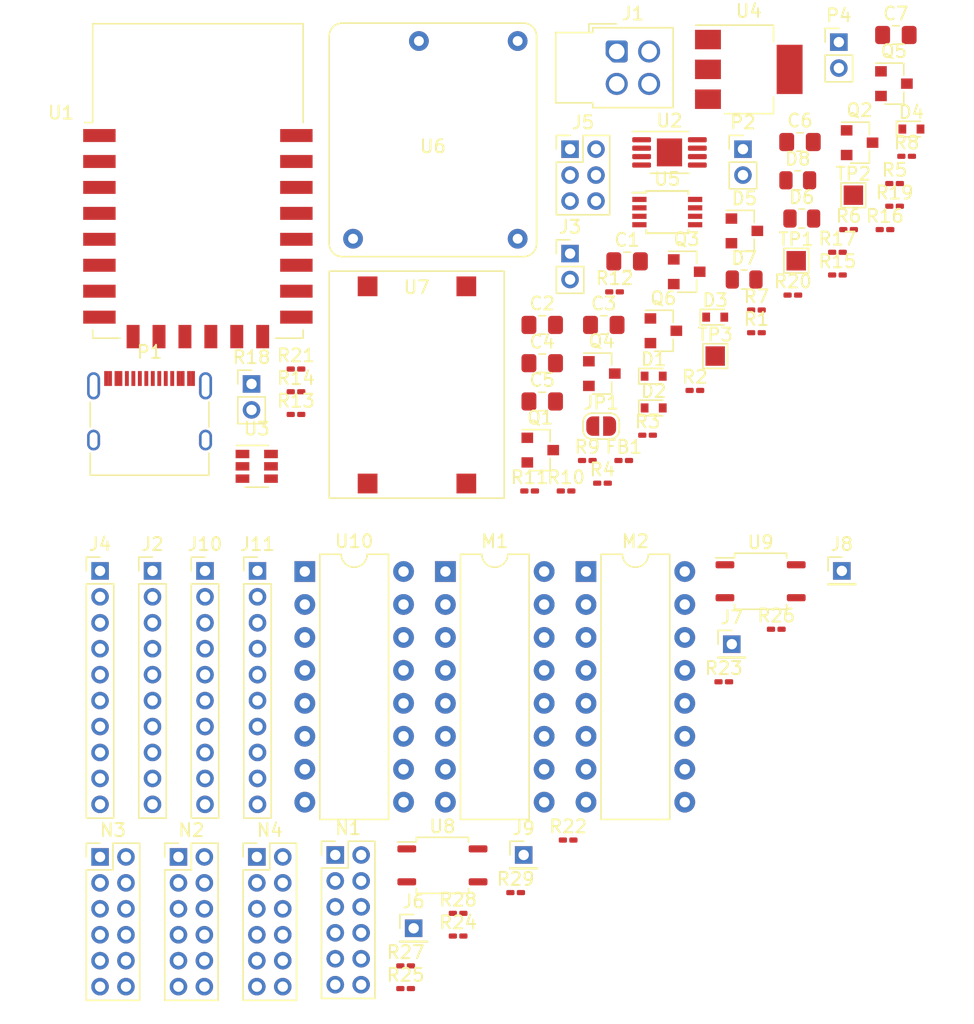
<source format=kicad_pcb>
(kicad_pcb (version 20171130) (host pcbnew "(5.1.10)-1")
  (layers (0 F.Cu signal) (31 B.Cu signal) (34 B.Paste user) (35 F.Paste user) (36 B.SilkS user) (37 F.SilkS user) (38 B.Mask user) (39 F.Mask user) (44 Edge.Cuts user))
  (net 0 "")
  (net 1 GNDD)
  (net 2 5VA)
  (net 3 "Net-(C3-Pad2)")
  (net 4 "Net-(C3-Pad1)")
  (net 5 BAT)
  (net 6 3.3VA)
  (net 7 "Net-(C7-Pad1)")
  (net 8 "Net-(D1-Pad1)")
  (net 9 BAT1+)
  (net 10 BAT2+)
  (net 11 "Net-(D3-Pad2)")
  (net 12 "Net-(D5-Pad1)")
  (net 13 CHRG)
  (net 14 STDBY)
  (net 15 "Net-(D8-Pad1)")
  (net 16 GNDA)
  (net 17 RX)
  (net 18 TX)
  (net 19 "Net-(J2-Pad10)")
  (net 20 "Net-(J2-Pad9)")
  (net 21 "Net-(J2-Pad8)")
  (net 22 "Net-(J2-Pad7)")
  (net 23 "Net-(J2-Pad6)")
  (net 24 "Net-(J2-Pad5)")
  (net 25 "Net-(J2-Pad4)")
  (net 26 "Net-(J2-Pad3)")
  (net 27 "Net-(J2-Pad2)")
  (net 28 "Net-(J2-Pad1)")
  (net 29 BAT1-)
  (net 30 "Net-(J4-Pad10)")
  (net 31 "Net-(J4-Pad9)")
  (net 32 "Net-(J4-Pad8)")
  (net 33 "Net-(J4-Pad7)")
  (net 34 "Net-(J4-Pad6)")
  (net 35 "Net-(J4-Pad5)")
  (net 36 "Net-(J4-Pad4)")
  (net 37 "Net-(J4-Pad3)")
  (net 38 "Net-(J4-Pad2)")
  (net 39 "Net-(J4-Pad1)")
  (net 40 GND)
  (net 41 DTR)
  (net 42 "Net-(J6-Pad1)")
  (net 43 "Net-(J7-Pad1)")
  (net 44 "Net-(J8-Pad1)")
  (net 45 "Net-(J9-Pad1)")
  (net 46 N1_9)
  (net 47 N1_8)
  (net 48 N1_7)
  (net 49 N1_6)
  (net 50 N1_5)
  (net 51 N1_4)
  (net 52 N1_3)
  (net 53 N1_2)
  (net 54 N1_1)
  (net 55 N1_0)
  (net 56 N2_9)
  (net 57 N2_8)
  (net 58 N2_7)
  (net 59 N2_6)
  (net 60 N2_5)
  (net 61 N2_4)
  (net 62 N2_3)
  (net 63 N2_2)
  (net 64 N2_1)
  (net 65 N2_0)
  (net 66 "Net-(JP1-Pad1)")
  (net 67 DRIVER3A)
  (net 68 DRIVER2A)
  (net 69 DRIVER4A)
  (net 70 DRIVER1A)
  (net 71 DRIVER3B)
  (net 72 DRIVER2B)
  (net 73 DRIVER4B)
  (net 74 DRIVER1B)
  (net 75 VIN)
  (net 76 "Net-(P1-PadA5)")
  (net 77 "Net-(P1-PadA6)")
  (net 78 "Net-(P1-PadA7)")
  (net 79 "Net-(P1-PadB5)")
  (net 80 WAKE)
  (net 81 MODE)
  (net 82 "Net-(Q1-Pad2)")
  (net 83 "Net-(Q2-Pad2)")
  (net 84 "Net-(Q4-Pad2)")
  (net 85 "Net-(Q5-Pad2)")
  (net 86 "Net-(Q6-Pad2)")
  (net 87 "Net-(Q6-Pad1)")
  (net 88 "Net-(R2-Pad2)")
  (net 89 "Net-(R11-Pad1)")
  (net 90 "Net-(R12-Pad2)")
  (net 91 "Net-(R13-Pad2)")
  (net 92 "Net-(R16-Pad2)")
  (net 93 ANLDR)
  (net 94 PWLDR)
  (net 95 WIFI)
  (net 96 GPIO4)
  (net 97 "Net-(R22-Pad1)")
  (net 98 N1-3)
  (net 99 GPIO5)
  (net 100 "Net-(R25-Pad1)")
  (net 101 N2-4)
  (net 102 HV)
  (net 103 5VD)
  (net 104 "Net-(U1-Pad16)")
  (net 105 "Net-(U1-Pad15)")
  (net 106 "Net-(U1-Pad7)")
  (net 107 GPIO15)
  (net 108 GPIO13)
  (net 109 "Net-(U1-Pad4)")
  (net 110 GPIO14)
  (net 111 G1)
  (net 112 "Net-(U3-Pad2)")
  (net 113 G2)
  (net 114 "Net-(U5-Pad2)")
  (net 115 "Net-(U5-Pad4)")
  (net 116 "Net-(U10-Pad9)")
  (module Package_DIP:DIP-16_W7.62mm (layer F.Cu) (at 110.13 74.91)
    (fp_text reference U10 (at 3.81 -2.33) (layer F.SilkS))
    (fp_text value 74HC595)
    (pad 16 thru_hole oval (at 7.62 0) (size 1.6 1.6) (drill 0.8) (layers *.Cu *.Mask) (net 6 3.3VA))
    (pad 8 thru_hole oval (at 0 17.78) (size 1.6 1.6) (drill 0.8) (layers *.Cu *.Mask) (net 1 GNDD))
    (pad 15 thru_hole oval (at 7.62 2.54) (size 1.6 1.6) (drill 0.8) (layers *.Cu *.Mask) (net 70 DRIVER1A))
    (pad 7 thru_hole oval (at 0 15.24) (size 1.6 1.6) (drill 0.8) (layers *.Cu *.Mask) (net 73 DRIVER4B))
    (pad 14 thru_hole oval (at 7.62 5.08) (size 1.6 1.6) (drill 0.8) (layers *.Cu *.Mask) (net 108 GPIO13))
    (pad 6 thru_hole oval (at 0 12.7) (size 1.6 1.6) (drill 0.8) (layers *.Cu *.Mask) (net 71 DRIVER3B))
    (pad 13 thru_hole oval (at 7.62 7.62) (size 1.6 1.6) (drill 0.8) (layers *.Cu *.Mask) (net 1 GNDD))
    (pad 5 thru_hole oval (at 0 10.16) (size 1.6 1.6) (drill 0.8) (layers *.Cu *.Mask) (net 72 DRIVER2B))
    (pad 12 thru_hole oval (at 7.62 10.16) (size 1.6 1.6) (drill 0.8) (layers *.Cu *.Mask) (net 107 GPIO15))
    (pad 4 thru_hole oval (at 0 7.62) (size 1.6 1.6) (drill 0.8) (layers *.Cu *.Mask) (net 74 DRIVER1B))
    (pad 11 thru_hole oval (at 7.62 12.7) (size 1.6 1.6) (drill 0.8) (layers *.Cu *.Mask) (net 110 GPIO14))
    (pad 3 thru_hole oval (at 0 5.08) (size 1.6 1.6) (drill 0.8) (layers *.Cu *.Mask) (net 69 DRIVER4A))
    (pad 10 thru_hole oval (at 7.62 15.24) (size 1.6 1.6) (drill 0.8) (layers *.Cu *.Mask) (net 6 3.3VA))
    (pad 2 thru_hole oval (at 0 2.54) (size 1.6 1.6) (drill 0.8) (layers *.Cu *.Mask) (net 67 DRIVER3A))
    (pad 9 thru_hole oval (at 7.62 17.78) (size 1.6 1.6) (drill 0.8) (layers *.Cu *.Mask) (net 116 "Net-(U10-Pad9)"))
    (pad 1 thru_hole rect (at 0 0) (size 1.6 1.6) (drill 0.8) (layers *.Cu *.Mask) (net 68 DRIVER2A))
  )
  (module Package_SO:SOP-4_3.8x4.1mm_P2.54mm (layer F.Cu) (at 145.3 75.66)
    (fp_text reference U9 (at 0 -3) (layer F.SilkS))
    (fp_text value TLP627-1)
    (pad 4 smd roundrect (at 2.75 -1.27) (size 1.45 0.55) (layers F.Cu F.Paste F.Mask) (net 100 "Net-(R25-Pad1)"))
    (pad 3 smd roundrect (at 2.75 1.27) (size 1.45 0.55) (layers F.Cu F.Paste F.Mask) (net 1 GNDD))
    (pad 2 smd roundrect (at -2.75 1.27) (size 1.45 0.55) (layers F.Cu F.Paste F.Mask) (net 101 N2-4))
    (pad 1 smd roundrect (at -2.75 -1.27) (size 1.45 0.55) (layers F.Cu F.Paste F.Mask) (net 102 HV))
  )
  (module Package_SO:SOP-4_3.8x4.1mm_P2.54mm (layer F.Cu) (at 120.75 97.56)
    (fp_text reference U8 (at 0 -3) (layer F.SilkS))
    (fp_text value TLP627-1)
    (pad 4 smd roundrect (at 2.75 -1.27) (size 1.45 0.55) (layers F.Cu F.Paste F.Mask) (net 97 "Net-(R22-Pad1)"))
    (pad 3 smd roundrect (at 2.75 1.27) (size 1.45 0.55) (layers F.Cu F.Paste F.Mask) (net 1 GNDD))
    (pad 2 smd roundrect (at -2.75 1.27) (size 1.45 0.55) (layers F.Cu F.Paste F.Mask) (net 98 N1-3))
    (pad 1 smd roundrect (at -2.75 -1.27) (size 1.45 0.55) (layers F.Cu F.Paste F.Mask) (net 102 HV))
  )
  (module Converter_DCDC:DCDC_2V~5V (layer F.Cu) (at 119.015 60.505)
    (fp_text reference U7 (at -0.25 -7.5 180) (layer F.SilkS))
    (fp_text value "DC-DC 5V")
    (pad 4 smd rect (at -4.04 7.62) (size 1.524 1.524) (layers F.Cu F.Paste F.Mask) (net 1 GNDD))
    (pad 3 smd rect (at 3.58 7.62) (size 1.524 1.524) (layers F.Cu F.Paste F.Mask) (net 103 5VD))
    (pad 1 smd rect (at 3.58 -7.58) (size 1.524 1.524) (layers F.Cu F.Paste F.Mask) (net 7 "Net-(C7-Pad1)"))
    (pad 2 smd rect (at -4.04 -7.58) (size 1.524 1.524) (layers F.Cu F.Paste F.Mask) (net 1 GNDD))
  )
  (module Converter_DCDC:DCDC_2.5V_170V (layer F.Cu) (at 120.015 41.635)
    (fp_text reference U6 (at 0 0.5) (layer F.SilkS))
    (fp_text value "DC-DC 170V")
    (pad 1 thru_hole circle (at -6.16 7.62) (size 1.524 1.524) (drill 0.762) (layers *.Cu *.Mask) (net 2 5VA))
    (pad 4 thru_hole circle (at 6.54 -7.62) (size 1.524 1.524) (drill 0.762) (layers *.Cu *.Mask) (net 1 GNDD))
    (pad 3 thru_hole circle (at -1.08 -7.62) (size 1.524 1.524) (drill 0.762) (layers *.Cu *.Mask) (net 102 HV))
    (pad 2 thru_hole circle (at 6.54 7.62) (size 1.524 1.524) (drill 0.762) (layers *.Cu *.Mask) (net 1 GNDD))
  )
  (module Package_SO:TSSOP-8_3x3mm_P0.65mm (layer F.Cu) (at 138.1 47.2)
    (fp_text reference U5 (at 0 -2.55) (layer F.SilkS))
    (fp_text value AM8205)
    (pad 8 smd rect (at 2.15 -0.975) (size 1.1 0.4) (layers F.Cu F.Paste F.Mask))
    (pad 7 smd rect (at 2.15 -0.325) (size 1.1 0.4) (layers F.Cu F.Paste F.Mask))
    (pad 6 smd rect (at 2.15 0.325) (size 1.1 0.4) (layers F.Cu F.Paste F.Mask) (net 29 BAT1-))
    (pad 5 smd rect (at 2.15 0.975) (size 1.1 0.4) (layers F.Cu F.Paste F.Mask) (net 114 "Net-(U5-Pad2)"))
    (pad 4 smd rect (at -2.15 0.975) (size 1.1 0.4) (layers F.Cu F.Paste F.Mask) (net 115 "Net-(U5-Pad4)"))
    (pad 3 smd rect (at -2.15 0.325) (size 1.1 0.4) (layers F.Cu F.Paste F.Mask) (net 111 G1))
    (pad 2 smd rect (at -2.15 -0.325) (size 1.1 0.4) (layers F.Cu F.Paste F.Mask) (net 114 "Net-(U5-Pad2)"))
    (pad 1 smd rect (at -2.15 -0.975) (size 1.1 0.4) (layers F.Cu F.Paste F.Mask) (net 113 G2))
  )
  (module Package_TO_SOT_SMD:SOT-223-3_TabPin2 (layer F.Cu) (at 144.39 36.2)
    (fp_text reference U4 (at 0 -4.5) (layer F.SilkS))
    (fp_text value AMS1117-3.3)
    (pad 1 smd rect (at -3.15 -2.3) (size 2 1.5) (layers F.Cu F.Paste F.Mask) (net 1 GNDD))
    (pad 3 smd rect (at -3.15 2.3) (size 2 1.5) (layers F.Cu F.Paste F.Mask) (net 2 5VA))
    (pad 2 smd rect (at -3.15 0) (size 2 1.5) (layers F.Cu F.Paste F.Mask) (net 6 3.3VA))
    (pad 2 smd rect (at 3.15 0) (size 2 3.8) (layers F.Cu F.Paste F.Mask) (net 6 3.3VA))
  )
  (module Package_TO_SOT_SMD:SOT-23-6 (layer F.Cu) (at 106.42 66.8)
    (fp_text reference U3 (at 0 -2.9) (layer F.SilkS))
    (fp_text value DW01)
    (pad 5 smd rect (at 1.1 0) (size 1.06 0.65) (layers F.Cu F.Paste F.Mask) (net 4 "Net-(C3-Pad1)"))
    (pad 6 smd rect (at 1.1 -0.95) (size 1.06 0.65) (layers F.Cu F.Paste F.Mask) (net 3 "Net-(C3-Pad2)"))
    (pad 4 smd rect (at 1.1 0.95) (size 1.06 0.65) (layers F.Cu F.Paste F.Mask) (net 92 "Net-(R16-Pad2)"))
    (pad 3 smd rect (at -1.1 0.95) (size 1.06 0.65) (layers F.Cu F.Paste F.Mask) (net 111 G1))
    (pad 2 smd rect (at -1.1 0) (size 1.06 0.65) (layers F.Cu F.Paste F.Mask) (net 112 "Net-(U3-Pad2)"))
    (pad 1 smd rect (at -1.1 -0.95) (size 1.06 0.65) (layers F.Cu F.Paste F.Mask) (net 113 G2))
  )
  (module Package_SO:MSOP-8-1EP_3x3mm_P0.65mm_EP1.95x2.15mm (layer F.Cu) (at 138.27 42.6)
    (fp_text reference U2 (at 0 -2.45) (layer F.SilkS))
    (fp_text value TP4056)
    (pad 9 smd rect (at 0 0) (size 1.95 2.15) (layers F.Cu F.Mask))
    (pad 8 smd roundrect (at 2.15 -0.975) (size 1.45 0.4) (layers F.Cu F.Paste F.Mask) (net 2 5VA))
    (pad 7 smd roundrect (at 2.15 -0.325) (size 1.45 0.4) (layers F.Cu F.Paste F.Mask) (net 90 "Net-(R12-Pad2)"))
    (pad 6 smd roundrect (at 2.15 0.325) (size 1.45 0.4) (layers F.Cu F.Paste F.Mask) (net 91 "Net-(R13-Pad2)"))
    (pad 5 smd roundrect (at 2.15 0.975) (size 1.45 0.4) (layers F.Cu F.Paste F.Mask) (net 5 BAT))
    (pad 4 smd roundrect (at -2.15 0.975) (size 1.45 0.4) (layers F.Cu F.Paste F.Mask) (net 2 5VA))
    (pad 3 smd roundrect (at -2.15 0.325) (size 1.45 0.4) (layers F.Cu F.Paste F.Mask) (net 1 GNDD))
    (pad 2 smd roundrect (at -2.15 -0.325) (size 1.45 0.4) (layers F.Cu F.Paste F.Mask) (net 89 "Net-(R11-Pad1)"))
    (pad 1 smd roundrect (at -2.15 -0.975) (size 1.45 0.4) (layers F.Cu F.Paste F.Mask) (net 1 GNDD))
  )
  (module RF_Module:ESP-12E (layer F.Cu) (at 101.88 44.8)
    (fp_text reference U1 (at -10.56 -5.26) (layer F.SilkS))
    (fp_text value ESP-WROOM-02)
    (pad 22 smd rect (at 7.6 -3.5) (size 2.5 1) (layers F.Cu F.Paste F.Mask))
    (pad 21 smd rect (at 7.6 -1.5) (size 2.5 1) (layers F.Cu F.Paste F.Mask))
    (pad 20 smd rect (at 7.6 0.5) (size 2.5 1) (layers F.Cu F.Paste F.Mask))
    (pad 19 smd rect (at 7.6 2.5) (size 2.5 1) (layers F.Cu F.Paste F.Mask) (net 1 GNDD))
    (pad 18 smd rect (at 7.6 4.5) (size 2.5 1) (layers F.Cu F.Paste F.Mask) (net 1 GNDD))
    (pad 17 smd rect (at 7.6 6.5) (size 2.5 1) (layers F.Cu F.Paste F.Mask) (net 93 ANLDR))
    (pad 16 smd rect (at 7.6 8.5) (size 2.5 1) (layers F.Cu F.Paste F.Mask) (net 104 "Net-(U1-Pad16)"))
    (pad 15 smd rect (at 7.6 10.5) (size 2.5 1) (layers F.Cu F.Paste F.Mask) (net 105 "Net-(U1-Pad15)"))
    (pad 14 smd rect (at 5 12) (size 1 1.8) (layers F.Cu F.Paste F.Mask) (net 99 GPIO5))
    (pad 13 smd rect (at 3 12) (size 1 1.8) (layers F.Cu F.Paste F.Mask) (net 1 GNDD))
    (pad 12 smd rect (at 1 12) (size 1 1.8) (layers F.Cu F.Paste F.Mask) (net 17 RX))
    (pad 11 smd rect (at -1 12) (size 1 1.8) (layers F.Cu F.Paste F.Mask) (net 18 TX))
    (pad 10 smd rect (at -3 12) (size 1 1.8) (layers F.Cu F.Paste F.Mask) (net 96 GPIO4))
    (pad 9 smd rect (at -5 12) (size 1 1.8) (layers F.Cu F.Paste F.Mask) (net 1 GNDD))
    (pad 8 smd rect (at -7.6 10.5) (size 2.5 1) (layers F.Cu F.Paste F.Mask) (net 66 "Net-(JP1-Pad1)"))
    (pad 7 smd rect (at -7.6 8.5) (size 2.5 1) (layers F.Cu F.Paste F.Mask) (net 106 "Net-(U1-Pad7)"))
    (pad 6 smd rect (at -7.6 6.5) (size 2.5 1) (layers F.Cu F.Paste F.Mask) (net 107 GPIO15))
    (pad 5 smd rect (at -7.6 4.5) (size 2.5 1) (layers F.Cu F.Paste F.Mask) (net 108 GPIO13))
    (pad 4 smd rect (at -7.6 2.5) (size 2.5 1) (layers F.Cu F.Paste F.Mask) (net 109 "Net-(U1-Pad4)"))
    (pad 3 smd rect (at -7.6 0.5) (size 2.5 1) (layers F.Cu F.Paste F.Mask) (net 110 GPIO14))
    (pad 2 smd rect (at -7.6 -1.5) (size 2.5 1) (layers F.Cu F.Paste F.Mask) (net 41 DTR))
    (pad 1 smd rect (at -7.6 -3.5) (size 2.5 1) (layers F.Cu F.Paste F.Mask) (net 6 3.3VA))
  )
  (module TestPoint:TestPoint_Pad_1.5x1.5mm (layer F.Cu) (at 141.8 58.3)
    (fp_text reference TP3 (at 0 -1.648) (layer F.SilkS))
    (fp_text value 5VD)
    (pad 1 smd rect (at 0 0) (size 1.5 1.5) (layers F.Cu F.Mask) (net 103 5VD))
  )
  (module TestPoint:TestPoint_Pad_1.5x1.5mm (layer F.Cu) (at 152.46 45.9)
    (fp_text reference TP2 (at 0 -1.648) (layer F.SilkS))
    (fp_text value 170V)
    (pad 1 smd rect (at 0 0) (size 1.5 1.5) (layers F.Cu F.Mask) (net 102 HV))
  )
  (module TestPoint:TestPoint_Pad_1.5x1.5mm (layer F.Cu) (at 148.05 50.95)
    (fp_text reference TP1 (at 0 -1.648) (layer F.SilkS))
    (fp_text value 3.3V)
    (pad 1 smd rect (at 0 0) (size 1.5 1.5) (layers F.Cu F.Mask) (net 6 3.3VA))
  )
  (module Resistor_SMD:R_0201_0603Metric_Pad0.64x0.40mm_HandSolder (layer F.Cu) (at 126.4 99.66)
    (fp_text reference R29 (at 0 -1.05) (layer F.SilkS))
    (fp_text value 20K)
    (pad 2 smd roundrect (at 0.4075 0) (size 0.635 0.4) (layers F.Cu F.Mask) (net 45 "Net-(J9-Pad1)"))
    (pad 1 smd roundrect (at -0.4075 0) (size 0.635 0.4) (layers F.Cu F.Mask) (net 101 N2-4))
  )
  (module Resistor_SMD:R_0201_0603Metric_Pad0.64x0.40mm_HandSolder (layer F.Cu) (at 121.96 101.26)
    (fp_text reference R28 (at 0 -1.05) (layer F.SilkS))
    (fp_text value 20K)
    (pad 2 smd roundrect (at 0.4075 0) (size 0.635 0.4) (layers F.Cu F.Mask) (net 44 "Net-(J8-Pad1)"))
    (pad 1 smd roundrect (at -0.4075 0) (size 0.635 0.4) (layers F.Cu F.Mask) (net 101 N2-4))
  )
  (module Resistor_SMD:R_0201_0603Metric_Pad0.64x0.40mm_HandSolder (layer F.Cu) (at 117.91 105.31)
    (fp_text reference R27 (at 0 -1.05) (layer F.SilkS))
    (fp_text value 20K)
    (pad 2 smd roundrect (at 0.4075 0) (size 0.635 0.4) (layers F.Cu F.Mask) (net 43 "Net-(J7-Pad1)"))
    (pad 1 smd roundrect (at -0.4075 0) (size 0.635 0.4) (layers F.Cu F.Mask) (net 98 N1-3))
  )
  (module Resistor_SMD:R_0201_0603Metric_Pad0.64x0.40mm_HandSolder (layer F.Cu) (at 146.51 79.36)
    (fp_text reference R26 (at 0 -1.05) (layer F.SilkS))
    (fp_text value 470K)
    (pad 2 smd roundrect (at 0.4075 0) (size 0.635 0.4) (layers F.Cu F.Mask) (net 101 N2-4))
    (pad 1 smd roundrect (at -0.4075 0) (size 0.635 0.4) (layers F.Cu F.Mask) (net 1 GNDD))
  )
  (module Resistor_SMD:R_0201_0603Metric_Pad0.64x0.40mm_HandSolder (layer F.Cu) (at 117.91 107.06)
    (fp_text reference R25 (at 0 -1.05) (layer F.SilkS))
    (fp_text value 100R)
    (pad 2 smd roundrect (at 0.4075 0) (size 0.635 0.4) (layers F.Cu F.Mask) (net 99 GPIO5))
    (pad 1 smd roundrect (at -0.4075 0) (size 0.635 0.4) (layers F.Cu F.Mask) (net 100 "Net-(R25-Pad1)"))
  )
  (module Resistor_SMD:R_0201_0603Metric_Pad0.64x0.40mm_HandSolder (layer F.Cu) (at 121.96 103.01)
    (fp_text reference R24 (at 0 -1.05) (layer F.SilkS))
    (fp_text value 20K)
    (pad 2 smd roundrect (at 0.4075 0) (size 0.635 0.4) (layers F.Cu F.Mask) (net 42 "Net-(J6-Pad1)"))
    (pad 1 smd roundrect (at -0.4075 0) (size 0.635 0.4) (layers F.Cu F.Mask) (net 98 N1-3))
  )
  (module Resistor_SMD:R_0201_0603Metric_Pad0.64x0.40mm_HandSolder (layer F.Cu) (at 142.46 83.41)
    (fp_text reference R23 (at 0 -1.05) (layer F.SilkS))
    (fp_text value 470K)
    (pad 2 smd roundrect (at 0.4075 0) (size 0.635 0.4) (layers F.Cu F.Mask) (net 98 N1-3))
    (pad 1 smd roundrect (at -0.4075 0) (size 0.635 0.4) (layers F.Cu F.Mask) (net 1 GNDD))
  )
  (module Resistor_SMD:R_0201_0603Metric_Pad0.64x0.40mm_HandSolder (layer F.Cu) (at 130.45 95.61)
    (fp_text reference R22 (at 0 -1.05) (layer F.SilkS))
    (fp_text value 100R)
    (pad 2 smd roundrect (at 0.4075 0) (size 0.635 0.4) (layers F.Cu F.Mask) (net 96 GPIO4))
    (pad 1 smd roundrect (at -0.4075 0) (size 0.635 0.4) (layers F.Cu F.Mask) (net 97 "Net-(R22-Pad1)"))
  )
  (module Resistor_SMD:R_0201_0603Metric_Pad0.64x0.40mm_HandSolder (layer F.Cu) (at 109.45 59.3)
    (fp_text reference R21 (at 0 -1.05) (layer F.SilkS))
    (fp_text value 4K7)
    (pad 2 smd roundrect (at 0.4075 0) (size 0.635 0.4) (layers F.Cu F.Mask) (net 2 5VA))
    (pad 1 smd roundrect (at -0.4075 0) (size 0.635 0.4) (layers F.Cu F.Mask) (net 7 "Net-(C7-Pad1)"))
  )
  (module Resistor_SMD:R_0201_0603Metric_Pad0.64x0.40mm_HandSolder (layer F.Cu) (at 147.79 53.6)
    (fp_text reference R20 (at 0 -1.05) (layer F.SilkS))
    (fp_text value 1K)
    (pad 2 smd roundrect (at 0.4075 0) (size 0.635 0.4) (layers F.Cu F.Mask) (net 95 WIFI))
    (pad 1 smd roundrect (at -0.4075 0) (size 0.635 0.4) (layers F.Cu F.Mask) (net 15 "Net-(D8-Pad1)"))
  )
  (module Resistor_SMD:R_0201_0603Metric_Pad0.64x0.40mm_HandSolder (layer F.Cu) (at 155.64 46.75)
    (fp_text reference R19 (at 0 -1.05) (layer F.SilkS))
    (fp_text value 1M)
    (pad 2 smd roundrect (at 0.4075 0) (size 0.635 0.4) (layers F.Cu F.Mask) (net 1 GNDD))
    (pad 1 smd roundrect (at -0.4075 0) (size 0.635 0.4) (layers F.Cu F.Mask) (net 81 MODE))
  )
  (module Connector_PinHeader_2.00mm:PinHeader_1x02_P2.00mm_Vertical (layer F.Cu) (at 106.02 60.45)
    (fp_text reference R18 (at 0 -2.06) (layer F.SilkS))
    (fp_text value R_PHOTO)
    (pad 2 thru_hole oval (at 0 2) (size 1.35 1.35) (drill 0.8) (layers *.Cu *.Mask) (net 93 ANLDR))
    (pad 1 thru_hole rect (at 0 0) (size 1.35 1.35) (drill 0.8) (layers *.Cu *.Mask) (net 94 PWLDR))
  )
  (module Resistor_SMD:R_0201_0603Metric_Pad0.64x0.40mm_HandSolder (layer F.Cu) (at 151.23 50.3)
    (fp_text reference R17 (at 0 -1.05) (layer F.SilkS))
    (fp_text value 10K)
    (pad 2 smd roundrect (at 0.4075 0) (size 0.635 0.4) (layers F.Cu F.Mask) (net 1 GNDD))
    (pad 1 smd roundrect (at -0.4075 0) (size 0.635 0.4) (layers F.Cu F.Mask) (net 93 ANLDR))
  )
  (module Resistor_SMD:R_0201_0603Metric_Pad0.64x0.40mm_HandSolder (layer F.Cu) (at 154.9 48.55)
    (fp_text reference R16 (at 0 -1.05) (layer F.SilkS))
    (fp_text value 1K)
    (pad 2 smd roundrect (at 0.4075 0) (size 0.635 0.4) (layers F.Cu F.Mask) (net 92 "Net-(R16-Pad2)"))
    (pad 1 smd roundrect (at -0.4075 0) (size 0.635 0.4) (layers F.Cu F.Mask) (net 1 GNDD))
  )
  (module Resistor_SMD:R_0201_0603Metric_Pad0.64x0.40mm_HandSolder (layer F.Cu) (at 151.23 52.05)
    (fp_text reference R15 (at 0 -1.05) (layer F.SilkS))
    (fp_text value 1M)
    (pad 2 smd roundrect (at 0.4075 0) (size 0.635 0.4) (layers F.Cu F.Mask) (net 1 GNDD))
    (pad 1 smd roundrect (at -0.4075 0) (size 0.635 0.4) (layers F.Cu F.Mask) (net 80 WAKE))
  )
  (module Resistor_SMD:R_0201_0603Metric_Pad0.64x0.40mm_HandSolder (layer F.Cu) (at 109.45 61.05)
    (fp_text reference R14 (at 0 -1.05) (layer F.SilkS))
    (fp_text value 100R)
    (pad 2 smd roundrect (at 0.4075 0) (size 0.635 0.4) (layers F.Cu F.Mask) (net 9 BAT1+))
    (pad 1 smd roundrect (at -0.4075 0) (size 0.635 0.4) (layers F.Cu F.Mask) (net 4 "Net-(C3-Pad1)"))
  )
  (module Resistor_SMD:R_0201_0603Metric_Pad0.64x0.40mm_HandSolder (layer F.Cu) (at 109.45 62.8)
    (fp_text reference R13 (at 0 -1.05) (layer F.SilkS))
    (fp_text value 1K)
    (pad 2 smd roundrect (at 0.4075 0) (size 0.635 0.4) (layers F.Cu F.Mask) (net 91 "Net-(R13-Pad2)"))
    (pad 1 smd roundrect (at -0.4075 0) (size 0.635 0.4) (layers F.Cu F.Mask) (net 14 STDBY))
  )
  (module Resistor_SMD:R_0201_0603Metric_Pad0.64x0.40mm_HandSolder (layer F.Cu) (at 134.03 53.35)
    (fp_text reference R12 (at 0 -1.05) (layer F.SilkS))
    (fp_text value 1K)
    (pad 2 smd roundrect (at 0.4075 0) (size 0.635 0.4) (layers F.Cu F.Mask) (net 90 "Net-(R12-Pad2)"))
    (pad 1 smd roundrect (at -0.4075 0) (size 0.635 0.4) (layers F.Cu F.Mask) (net 13 CHRG))
  )
  (module Resistor_SMD:R_0201_0603Metric_Pad0.64x0.40mm_HandSolder (layer F.Cu) (at 127.48 68.7)
    (fp_text reference R11 (at 0 -1.05) (layer F.SilkS))
    (fp_text value 1K2)
    (pad 2 smd roundrect (at 0.4075 0) (size 0.635 0.4) (layers F.Cu F.Mask) (net 1 GNDD))
    (pad 1 smd roundrect (at -0.4075 0) (size 0.635 0.4) (layers F.Cu F.Mask) (net 89 "Net-(R11-Pad1)"))
  )
  (module Resistor_SMD:R_0201_0603Metric_Pad0.64x0.40mm_HandSolder (layer F.Cu) (at 130.29 68.7)
    (fp_text reference R10 (at 0 -1.05) (layer F.SilkS))
    (fp_text value 100R)
    (pad 2 smd roundrect (at 0.4075 0) (size 0.635 0.4) (layers F.Cu F.Mask) (net 1 GNDD))
    (pad 1 smd roundrect (at -0.4075 0) (size 0.635 0.4) (layers F.Cu F.Mask) (net 2 5VA))
  )
  (module Resistor_SMD:R_0201_0603Metric_Pad0.64x0.40mm_HandSolder (layer F.Cu) (at 131.93 66.35)
    (fp_text reference R9 (at 0 -1.05) (layer F.SilkS))
    (fp_text value 1K)
    (pad 2 smd roundrect (at 0.4075 0) (size 0.635 0.4) (layers F.Cu F.Mask) (net 86 "Net-(Q6-Pad2)"))
    (pad 1 smd roundrect (at -0.4075 0) (size 0.635 0.4) (layers F.Cu F.Mask) (net 2 5VA))
  )
  (module Resistor_SMD:R_0201_0603Metric_Pad0.64x0.40mm_HandSolder (layer F.Cu) (at 156.57 42.9)
    (fp_text reference R8 (at 0 -1.05) (layer F.SilkS))
    (fp_text value 1K)
    (pad 2 smd roundrect (at 0.4075 0) (size 0.635 0.4) (layers F.Cu F.Mask) (net 1 GNDD))
    (pad 1 smd roundrect (at -0.4075 0) (size 0.635 0.4) (layers F.Cu F.Mask) (net 11 "Net-(D3-Pad2)"))
  )
  (module Resistor_SMD:R_0201_0603Metric_Pad0.64x0.40mm_HandSolder (layer F.Cu) (at 144.98 54.75)
    (fp_text reference R7 (at 0 -1.05) (layer F.SilkS))
    (fp_text value 4K7)
    (pad 2 smd roundrect (at 0.4075 0) (size 0.635 0.4) (layers F.Cu F.Mask) (net 16 GNDA))
    (pad 1 smd roundrect (at -0.4075 0) (size 0.635 0.4) (layers F.Cu F.Mask) (net 82 "Net-(Q1-Pad2)"))
  )
  (module Resistor_SMD:R_0201_0603Metric_Pad0.64x0.40mm_HandSolder (layer F.Cu) (at 152.09 48.55)
    (fp_text reference R6 (at 0 -1.05) (layer F.SilkS))
    (fp_text value 1K)
    (pad 2 smd roundrect (at 0.4075 0) (size 0.635 0.4) (layers F.Cu F.Mask) (net 85 "Net-(Q5-Pad2)"))
    (pad 1 smd roundrect (at -0.4075 0) (size 0.635 0.4) (layers F.Cu F.Mask) (net 87 "Net-(Q6-Pad1)"))
  )
  (module Resistor_SMD:R_0201_0603Metric_Pad0.64x0.40mm_HandSolder (layer F.Cu) (at 155.64 45)
    (fp_text reference R5 (at 0 -1.05) (layer F.SilkS))
    (fp_text value 4K7)
    (pad 2 smd roundrect (at 0.4075 0) (size 0.635 0.4) (layers F.Cu F.Mask) (net 88 "Net-(R2-Pad2)"))
    (pad 1 smd roundrect (at -0.4075 0) (size 0.635 0.4) (layers F.Cu F.Mask) (net 84 "Net-(Q4-Pad2)"))
  )
  (module Resistor_SMD:R_0201_0603Metric_Pad0.64x0.40mm_HandSolder (layer F.Cu) (at 133.1 68.1)
    (fp_text reference R4 (at 0 -1.05) (layer F.SilkS))
    (fp_text value 1M)
    (pad 2 smd roundrect (at 0.4075 0) (size 0.635 0.4) (layers F.Cu F.Mask) (net 83 "Net-(Q2-Pad2)"))
    (pad 1 smd roundrect (at -0.4075 0) (size 0.635 0.4) (layers F.Cu F.Mask) (net 8 "Net-(D1-Pad1)"))
  )
  (module Resistor_SMD:R_0201_0603Metric_Pad0.64x0.40mm_HandSolder (layer F.Cu) (at 136.58 64.4)
    (fp_text reference R3 (at 0 -1.05) (layer F.SilkS))
    (fp_text value 200K)
    (pad 2 smd roundrect (at 0.4075 0) (size 0.635 0.4) (layers F.Cu F.Mask) (net 87 "Net-(Q6-Pad1)"))
    (pad 1 smd roundrect (at -0.4075 0) (size 0.635 0.4) (layers F.Cu F.Mask) (net 8 "Net-(D1-Pad1)"))
  )
  (module Resistor_SMD:R_0201_0603Metric_Pad0.64x0.40mm_HandSolder (layer F.Cu) (at 140.23 60.95)
    (fp_text reference R2 (at 0 -1.05) (layer F.SilkS))
    (fp_text value 2K2)
    (pad 2 smd roundrect (at 0.4075 0) (size 0.635 0.4) (layers F.Cu F.Mask) (net 88 "Net-(R2-Pad2)"))
    (pad 1 smd roundrect (at -0.4075 0) (size 0.635 0.4) (layers F.Cu F.Mask) (net 75 VIN))
  )
  (module Resistor_SMD:R_0201_0603Metric_Pad0.64x0.40mm_HandSolder (layer F.Cu) (at 144.98 56.5)
    (fp_text reference R1 (at 0 -1.05) (layer F.SilkS))
    (fp_text value 1K)
    (pad 2 smd roundrect (at 0.4075 0) (size 0.635 0.4) (layers F.Cu F.Mask) (net 12 "Net-(D5-Pad1)"))
    (pad 1 smd roundrect (at -0.4075 0) (size 0.635 0.4) (layers F.Cu F.Mask) (net 6 3.3VA))
  )
  (module Package_TO_SOT_SMD:SOT-23 (layer F.Cu) (at 137.8 56.35)
    (fp_text reference Q6 (at 0 -2.5) (layer F.SilkS))
    (fp_text value BC548)
    (pad 3 smd rect (at 1 0) (size 0.9 0.8) (layers F.Cu F.Paste F.Mask) (net 1 GNDD))
    (pad 2 smd rect (at -1 0.95) (size 0.9 0.8) (layers F.Cu F.Paste F.Mask) (net 86 "Net-(Q6-Pad2)"))
    (pad 1 smd rect (at -1 -0.95) (size 0.9 0.8) (layers F.Cu F.Paste F.Mask) (net 87 "Net-(Q6-Pad1)"))
  )
  (module Package_TO_SOT_SMD:SOT-23 (layer F.Cu) (at 155.59 37.3)
    (fp_text reference Q5 (at 0 -2.5) (layer F.SilkS))
    (fp_text value BC548)
    (pad 3 smd rect (at 1 0) (size 0.9 0.8) (layers F.Cu F.Paste F.Mask) (net 1 GNDD))
    (pad 2 smd rect (at -1 0.95) (size 0.9 0.8) (layers F.Cu F.Paste F.Mask) (net 85 "Net-(Q5-Pad2)"))
    (pad 1 smd rect (at -1 -0.95) (size 0.9 0.8) (layers F.Cu F.Paste F.Mask) (net 83 "Net-(Q2-Pad2)"))
  )
  (module Package_TO_SOT_SMD:SOT-23 (layer F.Cu) (at 133.05 59.65)
    (fp_text reference Q4 (at 0 -2.5) (layer F.SilkS))
    (fp_text value BC548)
    (pad 3 smd rect (at 1 0) (size 0.9 0.8) (layers F.Cu F.Paste F.Mask) (net 82 "Net-(Q1-Pad2)"))
    (pad 2 smd rect (at -1 0.95) (size 0.9 0.8) (layers F.Cu F.Paste F.Mask) (net 84 "Net-(Q4-Pad2)"))
    (pad 1 smd rect (at -1 -0.95) (size 0.9 0.8) (layers F.Cu F.Paste F.Mask) (net 75 VIN))
  )
  (module Package_TO_SOT_SMD:SOT-23 (layer F.Cu) (at 139.6 51.8)
    (fp_text reference Q3 (at 0 -2.5) (layer F.SilkS))
    (fp_text value 2N7002)
    (pad 3 smd rect (at 1 0) (size 0.9 0.8) (layers F.Cu F.Paste F.Mask) (net 1 GNDD))
    (pad 2 smd rect (at -1 0.95) (size 0.9 0.8) (layers F.Cu F.Paste F.Mask) (net 1 GNDD))
    (pad 1 smd rect (at -1 -0.95) (size 0.9 0.8) (layers F.Cu F.Paste F.Mask) (net 12 "Net-(D5-Pad1)"))
  )
  (module Package_TO_SOT_SMD:SOT-23 (layer F.Cu) (at 152.94 41.85)
    (fp_text reference Q2 (at 0 -2.5) (layer F.SilkS))
    (fp_text value BC548)
    (pad 3 smd rect (at 1 0) (size 0.9 0.8) (layers F.Cu F.Paste F.Mask) (net 2 5VA))
    (pad 2 smd rect (at -1 0.95) (size 0.9 0.8) (layers F.Cu F.Paste F.Mask) (net 83 "Net-(Q2-Pad2)"))
    (pad 1 smd rect (at -1 -0.95) (size 0.9 0.8) (layers F.Cu F.Paste F.Mask) (net 8 "Net-(D1-Pad1)"))
  )
  (module Package_TO_SOT_SMD:SOT-23 (layer F.Cu) (at 128.3 65.55)
    (fp_text reference Q1 (at 0 -2.5) (layer F.SilkS))
    (fp_text value 2N7000)
    (pad 3 smd rect (at 1 0) (size 0.9 0.8) (layers F.Cu F.Paste F.Mask) (net 75 VIN))
    (pad 2 smd rect (at -1 0.95) (size 0.9 0.8) (layers F.Cu F.Paste F.Mask) (net 82 "Net-(Q1-Pad2)"))
    (pad 1 smd rect (at -1 -0.95) (size 0.9 0.8) (layers F.Cu F.Paste F.Mask) (net 2 5VA))
  )
  (module Connector_PinHeader_2.00mm:PinHeader_1x02_P2.00mm_Vertical (layer F.Cu) (at 151.34 34.1)
    (fp_text reference P4 (at 0 -2.06) (layer F.SilkS))
    (fp_text value Conn_01x02_Female)
    (pad 2 thru_hole oval (at 0 2) (size 1.35 1.35) (drill 0.8) (layers *.Cu *.Mask) (net 1 GNDD))
    (pad 1 thru_hole rect (at 0 0) (size 1.35 1.35) (drill 0.8) (layers *.Cu *.Mask) (net 81 MODE))
  )
  (module Connector_PinHeader_2.00mm:PinHeader_1x02_P2.00mm_Vertical (layer F.Cu) (at 143.94 42.35)
    (fp_text reference P2 (at 0 -2.06) (layer F.SilkS))
    (fp_text value Conn_01x02_Female)
    (pad 2 thru_hole oval (at 0 2) (size 1.35 1.35) (drill 0.8) (layers *.Cu *.Mask) (net 1 GNDD))
    (pad 1 thru_hole rect (at 0 0) (size 1.35 1.35) (drill 0.8) (layers *.Cu *.Mask) (net 80 WAKE))
  )
  (module Connector_USB:USB_C_Receptacle_XKB_U262-16XN-4BVC11 (layer F.Cu) (at 98.15 63.7)
    (fp_text reference P1 (at 0 -5.715) (layer F.SilkS))
    (fp_text value USB_C_Plug_USB2.0)
    (pad A12 smd rect (at 3.35 -3.67) (size 0.3 1.15) (layers F.Cu F.Paste F.Mask) (net 16 GNDA))
    (pad A9 smd rect (at 2.55 -3.67) (size 0.3 1.15) (layers F.Cu F.Paste F.Mask) (net 75 VIN))
    (pad B9 smd rect (at -2.25 -3.67) (size 0.3 1.15) (layers F.Cu F.Paste F.Mask) (net 75 VIN))
    (pad B12 smd rect (at -3.05 -3.67) (size 0.3 1.15) (layers F.Cu F.Paste F.Mask) (net 16 GNDA))
    (pad A1 smd rect (at -3.35 -3.67) (size 0.3 1.15) (layers F.Cu F.Paste F.Mask) (net 16 GNDA))
    (pad A4 smd rect (at -2.55 -3.67) (size 0.3 1.15) (layers F.Cu F.Paste F.Mask) (net 75 VIN))
    (pad B8 smd rect (at -1.75 -3.67) (size 0.3 1.15) (layers F.Cu F.Paste F.Mask))
    (pad A5 smd rect (at -1.25 -3.67) (size 0.3 1.15) (layers F.Cu F.Paste F.Mask) (net 76 "Net-(P1-PadA5)"))
    (pad B7 smd rect (at -0.75 -3.67) (size 0.3 1.15) (layers F.Cu F.Paste F.Mask))
    (pad A6 smd rect (at -0.25 -3.67) (size 0.3 1.15) (layers F.Cu F.Paste F.Mask) (net 77 "Net-(P1-PadA6)"))
    (pad A7 smd rect (at 0.25 -3.67) (size 0.3 1.15) (layers F.Cu F.Paste F.Mask) (net 78 "Net-(P1-PadA7)"))
    (pad B6 smd rect (at 0.75 -3.67) (size 0.3 1.15) (layers F.Cu F.Paste F.Mask))
    (pad A8 smd rect (at 1.25 -3.67) (size 0.3 1.15) (layers F.Cu F.Paste F.Mask))
    (pad B5 smd rect (at 1.75 -3.67) (size 0.3 1.15) (layers F.Cu F.Paste F.Mask) (net 79 "Net-(P1-PadB5)"))
    (pad B4 smd rect (at 2.25 -3.67) (size 0.3 1.15) (layers F.Cu F.Paste F.Mask) (net 75 VIN))
    (pad B1 smd rect (at 3.05 -3.67) (size 0.3 1.15) (layers F.Cu F.Paste F.Mask) (net 16 GNDA))
    (pad "" np_thru_hole circle (at -2.89 -2.605) (size 0.65 0.65) (drill 0.65) (layers *.Cu *.Mask))
    (pad "" np_thru_hole circle (at 2.89 -2.605) (size 0.65 0.65) (drill 0.65) (layers *.Cu *.Mask))
    (pad S1 thru_hole oval (at 4.32 1.075) (size 1 1.6) (drill oval 0.6 1.2) (layers *.Cu *.Mask) (net 16 GNDA))
    (pad S1 thru_hole oval (at -4.32 1.075) (size 1 1.6) (drill oval 0.6 1.2) (layers *.Cu *.Mask) (net 16 GNDA))
    (pad S1 thru_hole oval (at 4.32 -3.105) (size 1 2.1) (drill oval 0.6 1.7) (layers *.Cu *.Mask) (net 16 GNDA))
    (pad S1 thru_hole oval (at -4.32 -3.105) (size 1 2.1) (drill oval 0.6 1.7) (layers *.Cu *.Mask) (net 16 GNDA))
  )
  (module Connector_PinHeader_2.00mm:PinHeader_2x06_P2.00mm_Vertical (layer F.Cu) (at 106.43 96.91)
    (fp_text reference N4 (at 1 -2.06) (layer F.SilkS))
    (fp_text value IN-16)
    (pad 12 thru_hole oval (at 2 10) (size 1.35 1.35) (drill 0.8) (layers *.Cu *.Mask))
    (pad 11 thru_hole oval (at 0 10) (size 1.35 1.35) (drill 0.8) (layers *.Cu *.Mask))
    (pad 10 thru_hole oval (at 2 8) (size 1.35 1.35) (drill 0.8) (layers *.Cu *.Mask))
    (pad 9 thru_hole oval (at 0 8) (size 1.35 1.35) (drill 0.8) (layers *.Cu *.Mask) (net 56 N2_9))
    (pad 8 thru_hole oval (at 2 6) (size 1.35 1.35) (drill 0.8) (layers *.Cu *.Mask) (net 57 N2_8))
    (pad 7 thru_hole oval (at 0 6) (size 1.35 1.35) (drill 0.8) (layers *.Cu *.Mask) (net 58 N2_7))
    (pad 6 thru_hole oval (at 2 4) (size 1.35 1.35) (drill 0.8) (layers *.Cu *.Mask) (net 59 N2_6))
    (pad 5 thru_hole oval (at 0 4) (size 1.35 1.35) (drill 0.8) (layers *.Cu *.Mask) (net 60 N2_5))
    (pad 4 thru_hole oval (at 2 2) (size 1.35 1.35) (drill 0.8) (layers *.Cu *.Mask) (net 61 N2_4))
    (pad 3 thru_hole oval (at 0 2) (size 1.35 1.35) (drill 0.8) (layers *.Cu *.Mask) (net 62 N2_3))
    (pad 2 thru_hole oval (at 2 0) (size 1.35 1.35) (drill 0.8) (layers *.Cu *.Mask) (net 63 N2_2))
    (pad 1 thru_hole rect (at 0 0) (size 1.35 1.35) (drill 0.8) (layers *.Cu *.Mask) (net 64 N2_1))
  )
  (module Connector_PinHeader_2.00mm:PinHeader_2x06_P2.00mm_Vertical (layer F.Cu) (at 94.33 96.91)
    (fp_text reference N3 (at 1 -2.06) (layer F.SilkS))
    (fp_text value IN-16)
    (pad 12 thru_hole oval (at 2 10) (size 1.35 1.35) (drill 0.8) (layers *.Cu *.Mask))
    (pad 11 thru_hole oval (at 0 10) (size 1.35 1.35) (drill 0.8) (layers *.Cu *.Mask))
    (pad 10 thru_hole oval (at 2 8) (size 1.35 1.35) (drill 0.8) (layers *.Cu *.Mask))
    (pad 9 thru_hole oval (at 0 8) (size 1.35 1.35) (drill 0.8) (layers *.Cu *.Mask) (net 46 N1_9))
    (pad 8 thru_hole oval (at 2 6) (size 1.35 1.35) (drill 0.8) (layers *.Cu *.Mask) (net 47 N1_8))
    (pad 7 thru_hole oval (at 0 6) (size 1.35 1.35) (drill 0.8) (layers *.Cu *.Mask) (net 48 N1_7))
    (pad 6 thru_hole oval (at 2 4) (size 1.35 1.35) (drill 0.8) (layers *.Cu *.Mask) (net 49 N1_6))
    (pad 5 thru_hole oval (at 0 4) (size 1.35 1.35) (drill 0.8) (layers *.Cu *.Mask) (net 50 N1_5))
    (pad 4 thru_hole oval (at 2 2) (size 1.35 1.35) (drill 0.8) (layers *.Cu *.Mask) (net 51 N1_4))
    (pad 3 thru_hole oval (at 0 2) (size 1.35 1.35) (drill 0.8) (layers *.Cu *.Mask) (net 52 N1_3))
    (pad 2 thru_hole oval (at 2 0) (size 1.35 1.35) (drill 0.8) (layers *.Cu *.Mask) (net 53 N1_2))
    (pad 1 thru_hole rect (at 0 0) (size 1.35 1.35) (drill 0.8) (layers *.Cu *.Mask) (net 54 N1_1))
  )
  (module Connector_PinHeader_2.00mm:PinHeader_2x06_P2.00mm_Vertical (layer F.Cu) (at 100.38 96.91)
    (fp_text reference N2 (at 1 -2.06) (layer F.SilkS))
    (fp_text value IN-16)
    (pad 12 thru_hole oval (at 2 10) (size 1.35 1.35) (drill 0.8) (layers *.Cu *.Mask))
    (pad 11 thru_hole oval (at 0 10) (size 1.35 1.35) (drill 0.8) (layers *.Cu *.Mask))
    (pad 10 thru_hole oval (at 2 8) (size 1.35 1.35) (drill 0.8) (layers *.Cu *.Mask))
    (pad 9 thru_hole oval (at 0 8) (size 1.35 1.35) (drill 0.8) (layers *.Cu *.Mask) (net 56 N2_9))
    (pad 8 thru_hole oval (at 2 6) (size 1.35 1.35) (drill 0.8) (layers *.Cu *.Mask) (net 57 N2_8))
    (pad 7 thru_hole oval (at 0 6) (size 1.35 1.35) (drill 0.8) (layers *.Cu *.Mask) (net 58 N2_7))
    (pad 6 thru_hole oval (at 2 4) (size 1.35 1.35) (drill 0.8) (layers *.Cu *.Mask) (net 59 N2_6))
    (pad 5 thru_hole oval (at 0 4) (size 1.35 1.35) (drill 0.8) (layers *.Cu *.Mask) (net 60 N2_5))
    (pad 4 thru_hole oval (at 2 2) (size 1.35 1.35) (drill 0.8) (layers *.Cu *.Mask) (net 61 N2_4))
    (pad 3 thru_hole oval (at 0 2) (size 1.35 1.35) (drill 0.8) (layers *.Cu *.Mask) (net 62 N2_3))
    (pad 2 thru_hole oval (at 2 0) (size 1.35 1.35) (drill 0.8) (layers *.Cu *.Mask) (net 63 N2_2))
    (pad 1 thru_hole rect (at 0 0) (size 1.35 1.35) (drill 0.8) (layers *.Cu *.Mask) (net 64 N2_1))
  )
  (module Connector_PinHeader_2.00mm:PinHeader_2x06_P2.00mm_Vertical (layer F.Cu) (at 112.48 96.76)
    (fp_text reference N1 (at 1 -2.06) (layer F.SilkS))
    (fp_text value IN-16)
    (pad 12 thru_hole oval (at 2 10) (size 1.35 1.35) (drill 0.8) (layers *.Cu *.Mask))
    (pad 11 thru_hole oval (at 0 10) (size 1.35 1.35) (drill 0.8) (layers *.Cu *.Mask))
    (pad 10 thru_hole oval (at 2 8) (size 1.35 1.35) (drill 0.8) (layers *.Cu *.Mask))
    (pad 9 thru_hole oval (at 0 8) (size 1.35 1.35) (drill 0.8) (layers *.Cu *.Mask) (net 46 N1_9))
    (pad 8 thru_hole oval (at 2 6) (size 1.35 1.35) (drill 0.8) (layers *.Cu *.Mask) (net 47 N1_8))
    (pad 7 thru_hole oval (at 0 6) (size 1.35 1.35) (drill 0.8) (layers *.Cu *.Mask) (net 48 N1_7))
    (pad 6 thru_hole oval (at 2 4) (size 1.35 1.35) (drill 0.8) (layers *.Cu *.Mask) (net 49 N1_6))
    (pad 5 thru_hole oval (at 0 4) (size 1.35 1.35) (drill 0.8) (layers *.Cu *.Mask) (net 50 N1_5))
    (pad 4 thru_hole oval (at 2 2) (size 1.35 1.35) (drill 0.8) (layers *.Cu *.Mask) (net 51 N1_4))
    (pad 3 thru_hole oval (at 0 2) (size 1.35 1.35) (drill 0.8) (layers *.Cu *.Mask) (net 52 N1_3))
    (pad 2 thru_hole oval (at 2 0) (size 1.35 1.35) (drill 0.8) (layers *.Cu *.Mask) (net 53 N1_2))
    (pad 1 thru_hole rect (at 0 0) (size 1.35 1.35) (drill 0.8) (layers *.Cu *.Mask) (net 54 N1_1))
  )
  (module Package_DIP:DIP-16_W7.62mm (layer F.Cu) (at 131.83 74.91)
    (fp_text reference M2 (at 3.81 -2.33) (layer F.SilkS))
    (fp_text value 74141DIP16)
    (pad 16 thru_hole oval (at 7.62 0) (size 1.6 1.6) (drill 0.8) (layers *.Cu *.Mask) (net 55 N1_0))
    (pad 8 thru_hole oval (at 0 17.78) (size 1.6 1.6) (drill 0.8) (layers *.Cu *.Mask) (net 53 N1_2))
    (pad 15 thru_hole oval (at 7.62 2.54) (size 1.6 1.6) (drill 0.8) (layers *.Cu *.Mask) (net 54 N1_1))
    (pad 7 thru_hole oval (at 0 15.24) (size 1.6 1.6) (drill 0.8) (layers *.Cu *.Mask) (net 71 DRIVER3B))
    (pad 14 thru_hole oval (at 7.62 5.08) (size 1.6 1.6) (drill 0.8) (layers *.Cu *.Mask) (net 50 N1_5))
    (pad 6 thru_hole oval (at 0 12.7) (size 1.6 1.6) (drill 0.8) (layers *.Cu *.Mask) (net 72 DRIVER2B))
    (pad 13 thru_hole oval (at 7.62 7.62) (size 1.6 1.6) (drill 0.8) (layers *.Cu *.Mask) (net 51 N1_4))
    (pad 5 thru_hole oval (at 0 10.16) (size 1.6 1.6) (drill 0.8) (layers *.Cu *.Mask) (net 2 5VA))
    (pad 12 thru_hole oval (at 7.62 10.16) (size 1.6 1.6) (drill 0.8) (layers *.Cu *.Mask) (net 1 GNDD))
    (pad 4 thru_hole oval (at 0 7.62) (size 1.6 1.6) (drill 0.8) (layers *.Cu *.Mask) (net 73 DRIVER4B))
    (pad 11 thru_hole oval (at 7.62 12.7) (size 1.6 1.6) (drill 0.8) (layers *.Cu *.Mask) (net 49 N1_6))
    (pad 3 thru_hole oval (at 0 5.08) (size 1.6 1.6) (drill 0.8) (layers *.Cu *.Mask) (net 74 DRIVER1B))
    (pad 10 thru_hole oval (at 7.62 15.24) (size 1.6 1.6) (drill 0.8) (layers *.Cu *.Mask) (net 48 N1_7))
    (pad 2 thru_hole oval (at 0 2.54) (size 1.6 1.6) (drill 0.8) (layers *.Cu *.Mask) (net 46 N1_9))
    (pad 9 thru_hole oval (at 7.62 17.78) (size 1.6 1.6) (drill 0.8) (layers *.Cu *.Mask) (net 52 N1_3))
    (pad 1 thru_hole rect (at 0 0) (size 1.6 1.6) (drill 0.8) (layers *.Cu *.Mask) (net 47 N1_8))
  )
  (module Package_DIP:DIP-16_W7.62mm (layer F.Cu) (at 120.98 74.91)
    (fp_text reference M1 (at 3.81 -2.33) (layer F.SilkS))
    (fp_text value 74141DIP16)
    (pad 16 thru_hole oval (at 7.62 0) (size 1.6 1.6) (drill 0.8) (layers *.Cu *.Mask) (net 65 N2_0))
    (pad 8 thru_hole oval (at 0 17.78) (size 1.6 1.6) (drill 0.8) (layers *.Cu *.Mask) (net 63 N2_2))
    (pad 15 thru_hole oval (at 7.62 2.54) (size 1.6 1.6) (drill 0.8) (layers *.Cu *.Mask) (net 64 N2_1))
    (pad 7 thru_hole oval (at 0 15.24) (size 1.6 1.6) (drill 0.8) (layers *.Cu *.Mask) (net 67 DRIVER3A))
    (pad 14 thru_hole oval (at 7.62 5.08) (size 1.6 1.6) (drill 0.8) (layers *.Cu *.Mask) (net 60 N2_5))
    (pad 6 thru_hole oval (at 0 12.7) (size 1.6 1.6) (drill 0.8) (layers *.Cu *.Mask) (net 68 DRIVER2A))
    (pad 13 thru_hole oval (at 7.62 7.62) (size 1.6 1.6) (drill 0.8) (layers *.Cu *.Mask) (net 61 N2_4))
    (pad 5 thru_hole oval (at 0 10.16) (size 1.6 1.6) (drill 0.8) (layers *.Cu *.Mask) (net 2 5VA))
    (pad 12 thru_hole oval (at 7.62 10.16) (size 1.6 1.6) (drill 0.8) (layers *.Cu *.Mask) (net 1 GNDD))
    (pad 4 thru_hole oval (at 0 7.62) (size 1.6 1.6) (drill 0.8) (layers *.Cu *.Mask) (net 69 DRIVER4A))
    (pad 11 thru_hole oval (at 7.62 12.7) (size 1.6 1.6) (drill 0.8) (layers *.Cu *.Mask) (net 59 N2_6))
    (pad 3 thru_hole oval (at 0 5.08) (size 1.6 1.6) (drill 0.8) (layers *.Cu *.Mask) (net 70 DRIVER1A))
    (pad 10 thru_hole oval (at 7.62 15.24) (size 1.6 1.6) (drill 0.8) (layers *.Cu *.Mask) (net 58 N2_7))
    (pad 2 thru_hole oval (at 0 2.54) (size 1.6 1.6) (drill 0.8) (layers *.Cu *.Mask) (net 56 N2_9))
    (pad 9 thru_hole oval (at 7.62 17.78) (size 1.6 1.6) (drill 0.8) (layers *.Cu *.Mask) (net 62 N2_3))
    (pad 1 thru_hole rect (at 0 0) (size 1.6 1.6) (drill 0.8) (layers *.Cu *.Mask) (net 57 N2_8))
  )
  (module Jumper:SolderJumper-2_P1.3mm_Open_RoundedPad1.0x1.5mm (layer F.Cu) (at 133 63.7)
    (fp_text reference JP1 (at 0 -1.8) (layer F.SilkS))
    (fp_text value SolderJumper_2_Open)
    (pad 2 smd custom (at 0.65 0) (size 1 0.5) (layers F.Cu F.Mask) (net 1 GNDD) (options (clearance outline) (anchor rect)) (primitives (gr_circle (center 0 0.25) (end 0.5 0.25) (width 0)) (gr_circle (center 0 -0.25) (end 0.5 -0.25) (width 0)) (gr_poly (pts (xy 0 -0.75) (xy -0.5 -0.75) (xy -0.5 0.75) (xy 0 0.75)) (width 0))))
    (pad 1 smd custom (at -0.65 0) (size 1 0.5) (layers F.Cu F.Mask) (net 66 "Net-(JP1-Pad1)") (options (clearance outline) (anchor rect)) (primitives (gr_circle (center 0 0.25) (end 0.5 0.25) (width 0)) (gr_circle (center 0 -0.25) (end 0.5 -0.25) (width 0)) (gr_poly (pts (xy 0 -0.75) (xy 0.5 -0.75) (xy 0.5 0.75) (xy 0 0.75)) (width 0))))
  )
  (module Connector_PinHeader_2.00mm:PinHeader_1x10_P2.00mm_Vertical (layer F.Cu) (at 106.48 74.86)
    (fp_text reference J11 (at 0 -2.06) (layer F.SilkS))
    (fp_text value Conn_01x10_Female)
    (pad 10 thru_hole oval (at 0 18) (size 1.35 1.35) (drill 0.8) (layers *.Cu *.Mask) (net 56 N2_9))
    (pad 9 thru_hole oval (at 0 16) (size 1.35 1.35) (drill 0.8) (layers *.Cu *.Mask) (net 57 N2_8))
    (pad 8 thru_hole oval (at 0 14) (size 1.35 1.35) (drill 0.8) (layers *.Cu *.Mask) (net 58 N2_7))
    (pad 7 thru_hole oval (at 0 12) (size 1.35 1.35) (drill 0.8) (layers *.Cu *.Mask) (net 59 N2_6))
    (pad 6 thru_hole oval (at 0 10) (size 1.35 1.35) (drill 0.8) (layers *.Cu *.Mask) (net 60 N2_5))
    (pad 5 thru_hole oval (at 0 8) (size 1.35 1.35) (drill 0.8) (layers *.Cu *.Mask) (net 61 N2_4))
    (pad 4 thru_hole oval (at 0 6) (size 1.35 1.35) (drill 0.8) (layers *.Cu *.Mask) (net 62 N2_3))
    (pad 3 thru_hole oval (at 0 4) (size 1.35 1.35) (drill 0.8) (layers *.Cu *.Mask) (net 63 N2_2))
    (pad 2 thru_hole oval (at 0 2) (size 1.35 1.35) (drill 0.8) (layers *.Cu *.Mask) (net 64 N2_1))
    (pad 1 thru_hole rect (at 0 0) (size 1.35 1.35) (drill 0.8) (layers *.Cu *.Mask) (net 65 N2_0))
  )
  (module Connector_PinHeader_2.00mm:PinHeader_1x10_P2.00mm_Vertical (layer F.Cu) (at 102.43 74.86)
    (fp_text reference J10 (at 0 -2.06) (layer F.SilkS))
    (fp_text value Conn_01x10_Female)
    (pad 10 thru_hole oval (at 0 18) (size 1.35 1.35) (drill 0.8) (layers *.Cu *.Mask) (net 46 N1_9))
    (pad 9 thru_hole oval (at 0 16) (size 1.35 1.35) (drill 0.8) (layers *.Cu *.Mask) (net 47 N1_8))
    (pad 8 thru_hole oval (at 0 14) (size 1.35 1.35) (drill 0.8) (layers *.Cu *.Mask) (net 48 N1_7))
    (pad 7 thru_hole oval (at 0 12) (size 1.35 1.35) (drill 0.8) (layers *.Cu *.Mask) (net 49 N1_6))
    (pad 6 thru_hole oval (at 0 10) (size 1.35 1.35) (drill 0.8) (layers *.Cu *.Mask) (net 50 N1_5))
    (pad 5 thru_hole oval (at 0 8) (size 1.35 1.35) (drill 0.8) (layers *.Cu *.Mask) (net 51 N1_4))
    (pad 4 thru_hole oval (at 0 6) (size 1.35 1.35) (drill 0.8) (layers *.Cu *.Mask) (net 52 N1_3))
    (pad 3 thru_hole oval (at 0 4) (size 1.35 1.35) (drill 0.8) (layers *.Cu *.Mask) (net 53 N1_2))
    (pad 2 thru_hole oval (at 0 2) (size 1.35 1.35) (drill 0.8) (layers *.Cu *.Mask) (net 54 N1_1))
    (pad 1 thru_hole rect (at 0 0) (size 1.35 1.35) (drill 0.8) (layers *.Cu *.Mask) (net 55 N1_0))
  )
  (module Connector_PinHeader_2.00mm:PinHeader_1x01_P2.00mm_Vertical (layer F.Cu) (at 127.02 96.76)
    (fp_text reference J9 (at 0 -2.06) (layer F.SilkS))
    (fp_text value Conn_01x01_Female)
    (pad 1 thru_hole rect (at 0 0) (size 1.35 1.35) (drill 0.8) (layers *.Cu *.Mask) (net 45 "Net-(J9-Pad1)"))
  )
  (module Connector_PinHeader_2.00mm:PinHeader_1x01_P2.00mm_Vertical (layer F.Cu) (at 151.57 74.86)
    (fp_text reference J8 (at 0 -2.06) (layer F.SilkS))
    (fp_text value Conn_01x01_Female)
    (pad 1 thru_hole rect (at 0 0) (size 1.35 1.35) (drill 0.8) (layers *.Cu *.Mask) (net 44 "Net-(J8-Pad1)"))
  )
  (module Connector_PinHeader_2.00mm:PinHeader_1x01_P2.00mm_Vertical (layer F.Cu) (at 143.08 80.51)
    (fp_text reference J7 (at 0 -2.06) (layer F.SilkS))
    (fp_text value Conn_01x01_Female)
    (pad 1 thru_hole rect (at 0 0) (size 1.35 1.35) (drill 0.8) (layers *.Cu *.Mask) (net 43 "Net-(J7-Pad1)"))
  )
  (module Connector_PinHeader_2.00mm:PinHeader_1x01_P2.00mm_Vertical (layer F.Cu) (at 118.53 102.41)
    (fp_text reference J6 (at 0 -2.06) (layer F.SilkS))
    (fp_text value Conn_01x01_Female)
    (pad 1 thru_hole rect (at 0 0) (size 1.35 1.35) (drill 0.8) (layers *.Cu *.Mask) (net 42 "Net-(J6-Pad1)"))
  )
  (module Connector_PinHeader_2.00mm:PinHeader_2x03_P2.00mm_Vertical (layer F.Cu) (at 130.6 42.35)
    (fp_text reference J5 (at 1 -2.06) (layer F.SilkS))
    (fp_text value Conn_02x03_Counter_Clockwise)
    (pad 6 thru_hole oval (at 2 4) (size 1.35 1.35) (drill 0.8) (layers *.Cu *.Mask) (net 18 TX))
    (pad 5 thru_hole oval (at 0 4) (size 1.35 1.35) (drill 0.8) (layers *.Cu *.Mask) (net 40 GND))
    (pad 4 thru_hole oval (at 2 2) (size 1.35 1.35) (drill 0.8) (layers *.Cu *.Mask) (net 40 GND))
    (pad 3 thru_hole oval (at 0 2) (size 1.35 1.35) (drill 0.8) (layers *.Cu *.Mask) (net 41 DTR))
    (pad 2 thru_hole oval (at 2 0) (size 1.35 1.35) (drill 0.8) (layers *.Cu *.Mask) (net 17 RX))
    (pad 1 thru_hole rect (at 0 0) (size 1.35 1.35) (drill 0.8) (layers *.Cu *.Mask) (net 6 3.3VA))
  )
  (module Connector_PinHeader_2.00mm:PinHeader_1x10_P2.00mm_Vertical (layer F.Cu) (at 94.33 74.86)
    (fp_text reference J4 (at 0 -2.06) (layer F.SilkS))
    (fp_text value Conn_01x10_Female)
    (pad 10 thru_hole oval (at 0 18) (size 1.35 1.35) (drill 0.8) (layers *.Cu *.Mask) (net 30 "Net-(J4-Pad10)"))
    (pad 9 thru_hole oval (at 0 16) (size 1.35 1.35) (drill 0.8) (layers *.Cu *.Mask) (net 31 "Net-(J4-Pad9)"))
    (pad 8 thru_hole oval (at 0 14) (size 1.35 1.35) (drill 0.8) (layers *.Cu *.Mask) (net 32 "Net-(J4-Pad8)"))
    (pad 7 thru_hole oval (at 0 12) (size 1.35 1.35) (drill 0.8) (layers *.Cu *.Mask) (net 33 "Net-(J4-Pad7)"))
    (pad 6 thru_hole oval (at 0 10) (size 1.35 1.35) (drill 0.8) (layers *.Cu *.Mask) (net 34 "Net-(J4-Pad6)"))
    (pad 5 thru_hole oval (at 0 8) (size 1.35 1.35) (drill 0.8) (layers *.Cu *.Mask) (net 35 "Net-(J4-Pad5)"))
    (pad 4 thru_hole oval (at 0 6) (size 1.35 1.35) (drill 0.8) (layers *.Cu *.Mask) (net 36 "Net-(J4-Pad4)"))
    (pad 3 thru_hole oval (at 0 4) (size 1.35 1.35) (drill 0.8) (layers *.Cu *.Mask) (net 37 "Net-(J4-Pad3)"))
    (pad 2 thru_hole oval (at 0 2) (size 1.35 1.35) (drill 0.8) (layers *.Cu *.Mask) (net 38 "Net-(J4-Pad2)"))
    (pad 1 thru_hole rect (at 0 0) (size 1.35 1.35) (drill 0.8) (layers *.Cu *.Mask) (net 39 "Net-(J4-Pad1)"))
  )
  (module Connector_PinHeader_2.00mm:PinHeader_1x02_P2.00mm_Vertical (layer F.Cu) (at 130.6 50.4)
    (fp_text reference J3 (at 0 -2.06) (layer F.SilkS))
    (fp_text value Conn_01x02_Female)
    (pad 2 thru_hole oval (at 0 2) (size 1.35 1.35) (drill 0.8) (layers *.Cu *.Mask) (net 29 BAT1-))
    (pad 1 thru_hole rect (at 0 0) (size 1.35 1.35) (drill 0.8) (layers *.Cu *.Mask) (net 9 BAT1+))
  )
  (module Connector_PinHeader_2.00mm:PinHeader_1x10_P2.00mm_Vertical (layer F.Cu) (at 98.38 74.86)
    (fp_text reference J2 (at 0 -2.06) (layer F.SilkS))
    (fp_text value Conn_01x10_Female)
    (pad 10 thru_hole oval (at 0 18) (size 1.35 1.35) (drill 0.8) (layers *.Cu *.Mask) (net 19 "Net-(J2-Pad10)"))
    (pad 9 thru_hole oval (at 0 16) (size 1.35 1.35) (drill 0.8) (layers *.Cu *.Mask) (net 20 "Net-(J2-Pad9)"))
    (pad 8 thru_hole oval (at 0 14) (size 1.35 1.35) (drill 0.8) (layers *.Cu *.Mask) (net 21 "Net-(J2-Pad8)"))
    (pad 7 thru_hole oval (at 0 12) (size 1.35 1.35) (drill 0.8) (layers *.Cu *.Mask) (net 22 "Net-(J2-Pad7)"))
    (pad 6 thru_hole oval (at 0 10) (size 1.35 1.35) (drill 0.8) (layers *.Cu *.Mask) (net 23 "Net-(J2-Pad6)"))
    (pad 5 thru_hole oval (at 0 8) (size 1.35 1.35) (drill 0.8) (layers *.Cu *.Mask) (net 24 "Net-(J2-Pad5)"))
    (pad 4 thru_hole oval (at 0 6) (size 1.35 1.35) (drill 0.8) (layers *.Cu *.Mask) (net 25 "Net-(J2-Pad4)"))
    (pad 3 thru_hole oval (at 0 4) (size 1.35 1.35) (drill 0.8) (layers *.Cu *.Mask) (net 26 "Net-(J2-Pad3)"))
    (pad 2 thru_hole oval (at 0 2) (size 1.35 1.35) (drill 0.8) (layers *.Cu *.Mask) (net 27 "Net-(J2-Pad2)"))
    (pad 1 thru_hole rect (at 0 0) (size 1.35 1.35) (drill 0.8) (layers *.Cu *.Mask) (net 28 "Net-(J2-Pad1)"))
  )
  (module Connector_Molex:Molex_Nano-Fit_105310-xx04_2x02_P2.50mm_Vertical (layer F.Cu) (at 134.2 34.82)
    (fp_text reference J1 (at 1.25 -2.92) (layer F.SilkS))
    (fp_text value Conn_02x02_Odd_Even)
    (pad "" np_thru_hole circle (at -1.34 1.25) (size 1.3 1.3) (drill 1.3) (layers *.Cu *.Mask))
    (pad 4 thru_hole circle (at 2.5 2.5) (size 1.7 1.7) (drill 1.2) (layers *.Cu *.Mask) (net 1 GNDD))
    (pad 3 thru_hole circle (at 2.5 0) (size 1.7 1.7) (drill 1.2) (layers *.Cu *.Mask) (net 17 RX))
    (pad 2 thru_hole circle (at 0 2.5) (size 1.7 1.7) (drill 1.2) (layers *.Cu *.Mask) (net 9 BAT1+))
    (pad 1 thru_hole custom (at 0 0) (size 1.417157 1.417157) (drill 1.2) (layers *.Cu *.Mask) (net 18 TX) (options (clearance outline) (anchor circle)) (primitives (gr_poly (pts (xy -0.6 -0.6) (xy 0.6 -0.6) (xy 0.6 0.6) (xy -0.2 0.6) (xy -0.6 0.2)) (width 0.5))))
  )
  (module Resistor_SMD:R_0201_0603Metric_Pad0.64x0.40mm_HandSolder (layer F.Cu) (at 134.74 66.35)
    (fp_text reference FB1 (at 0 -1.05) (layer F.SilkS))
    (fp_text value Ferrite_Bead)
    (pad 2 smd roundrect (at 0.4075 0) (size 0.635 0.4) (layers F.Cu F.Mask) (net 1 GNDD))
    (pad 1 smd roundrect (at -0.4075 0) (size 0.635 0.4) (layers F.Cu F.Mask) (net 16 GNDA))
  )
  (module Resistor_SMD:R_0805_2012Metric (layer F.Cu) (at 148.17 44.75)
    (fp_text reference D8 (at 0 -1.65) (layer F.SilkS))
    (fp_text value LED)
    (pad 2 smd roundrect (at 0.9125 0) (size 1.025 1.4) (layers F.Cu F.Paste F.Mask) (roundrect_rratio 0.243902) (net 2 5VA))
    (pad 1 smd roundrect (at -0.9125 0) (size 1.025 1.4) (layers F.Cu F.Paste F.Mask) (roundrect_rratio 0.243902) (net 15 "Net-(D8-Pad1)"))
  )
  (module Resistor_SMD:R_0805_2012Metric (layer F.Cu) (at 144.03 52.4)
    (fp_text reference D7 (at 0 -1.65) (layer F.SilkS))
    (fp_text value LED)
    (pad 2 smd roundrect (at 0.9125 0) (size 1.025 1.4) (layers F.Cu F.Paste F.Mask) (roundrect_rratio 0.243902) (net 2 5VA))
    (pad 1 smd roundrect (at -0.9125 0) (size 1.025 1.4) (layers F.Cu F.Paste F.Mask) (roundrect_rratio 0.243902) (net 14 STDBY))
  )
  (module Resistor_SMD:R_0805_2012Metric (layer F.Cu) (at 148.48 47.7)
    (fp_text reference D6 (at 0 -1.65) (layer F.SilkS))
    (fp_text value LED)
    (pad 2 smd roundrect (at 0.9125 0) (size 1.025 1.4) (layers F.Cu F.Paste F.Mask) (roundrect_rratio 0.243902) (net 2 5VA))
    (pad 1 smd roundrect (at -0.9125 0) (size 1.025 1.4) (layers F.Cu F.Paste F.Mask) (roundrect_rratio 0.243902) (net 13 CHRG))
  )
  (module Package_TO_SOT_SMD:SOT-23 (layer F.Cu) (at 144.05 48.65)
    (fp_text reference D5 (at 0 -2.5) (layer F.SilkS))
    (fp_text value Q_SCR_AGK)
    (pad 3 smd rect (at 1 0) (size 0.9 0.8) (layers F.Cu F.Paste F.Mask) (net 1 GNDD))
    (pad 2 smd rect (at -1 0.95) (size 0.9 0.8) (layers F.Cu F.Paste F.Mask) (net 11 "Net-(D3-Pad2)"))
    (pad 1 smd rect (at -1 -0.95) (size 0.9 0.8) (layers F.Cu F.Paste F.Mask) (net 12 "Net-(D5-Pad1)"))
  )
  (module Diode_SMD:D_SOD-523 (layer F.Cu) (at 156.94 40.8)
    (fp_text reference D4 (at 0 -1.3) (layer F.SilkS))
    (fp_text value DZ2S056X0L)
    (pad 1 smd rect (at -0.7 0 180) (size 0.6 0.7) (layers F.Cu F.Paste F.Mask) (net 2 5VA))
    (pad 2 smd rect (at 0.7 0 180) (size 0.6 0.7) (layers F.Cu F.Paste F.Mask) (net 1 GNDD))
  )
  (module Diode_SMD:D_SOD-523 (layer F.Cu) (at 141.8 55.3)
    (fp_text reference D3 (at 0 -1.3) (layer F.SilkS))
    (fp_text value DZ2S036X0L)
    (pad 1 smd rect (at -0.7 0 180) (size 0.6 0.7) (layers F.Cu F.Paste F.Mask) (net 6 3.3VA))
    (pad 2 smd rect (at 0.7 0 180) (size 0.6 0.7) (layers F.Cu F.Paste F.Mask) (net 11 "Net-(D3-Pad2)"))
  )
  (module Diode_SMD:D_SOD-523 (layer F.Cu) (at 137.05 62.3)
    (fp_text reference D2 (at 0 -1.3) (layer F.SilkS))
    (fp_text value 1N5819)
    (pad 1 smd rect (at -0.7 0 180) (size 0.6 0.7) (layers F.Cu F.Paste F.Mask) (net 8 "Net-(D1-Pad1)"))
    (pad 2 smd rect (at 0.7 0 180) (size 0.6 0.7) (layers F.Cu F.Paste F.Mask) (net 10 BAT2+))
  )
  (module Diode_SMD:D_SOD-523 (layer F.Cu) (at 137.05 59.85)
    (fp_text reference D1 (at 0 -1.3) (layer F.SilkS))
    (fp_text value 1N5819)
    (pad 1 smd rect (at -0.7 0 180) (size 0.6 0.7) (layers F.Cu F.Paste F.Mask) (net 8 "Net-(D1-Pad1)"))
    (pad 2 smd rect (at 0.7 0 180) (size 0.6 0.7) (layers F.Cu F.Paste F.Mask) (net 9 BAT1+))
  )
  (module Capacitor_SMD:C_0805_2012Metric_Pad1.15x1.40mm_HandSolder (layer F.Cu) (at 155.74 33.55)
    (fp_text reference C7 (at 0 -1.65) (layer F.SilkS))
    (fp_text value 10uF)
    (pad 2 smd roundrect (at 1.025 0) (size 1.15 1.4) (layers F.Cu F.Paste F.Mask) (roundrect_rratio 0.217391) (net 1 GNDD))
    (pad 1 smd roundrect (at -1.025 0) (size 1.15 1.4) (layers F.Cu F.Paste F.Mask) (roundrect_rratio 0.217391) (net 7 "Net-(C7-Pad1)"))
  )
  (module Capacitor_SMD:C_0805_2012Metric_Pad1.15x1.40mm_HandSolder (layer F.Cu) (at 148.34 41.8)
    (fp_text reference C6 (at 0 -1.65) (layer F.SilkS))
    (fp_text value 10uF)
    (pad 2 smd roundrect (at 1.025 0) (size 1.15 1.4) (layers F.Cu F.Paste F.Mask) (roundrect_rratio 0.217391) (net 1 GNDD))
    (pad 1 smd roundrect (at -1.025 0) (size 1.15 1.4) (layers F.Cu F.Paste F.Mask) (roundrect_rratio 0.217391) (net 6 3.3VA))
  )
  (module Capacitor_SMD:C_0805_2012Metric_Pad1.15x1.40mm_HandSolder (layer F.Cu) (at 128.45 61.8)
    (fp_text reference C5 (at 0 -1.65) (layer F.SilkS))
    (fp_text value 10uF)
    (pad 2 smd roundrect (at 1.025 0) (size 1.15 1.4) (layers F.Cu F.Paste F.Mask) (roundrect_rratio 0.217391) (net 1 GNDD))
    (pad 1 smd roundrect (at -1.025 0) (size 1.15 1.4) (layers F.Cu F.Paste F.Mask) (roundrect_rratio 0.217391) (net 2 5VA))
  )
  (module Capacitor_SMD:C_0805_2012Metric_Pad1.15x1.40mm_HandSolder (layer F.Cu) (at 128.45 58.85)
    (fp_text reference C4 (at 0 -1.65) (layer F.SilkS))
    (fp_text value 10uF)
    (pad 2 smd roundrect (at 1.025 0) (size 1.15 1.4) (layers F.Cu F.Paste F.Mask) (roundrect_rratio 0.217391) (net 5 BAT))
    (pad 1 smd roundrect (at -1.025 0) (size 1.15 1.4) (layers F.Cu F.Paste F.Mask) (roundrect_rratio 0.217391) (net 1 GNDD))
  )
  (module Capacitor_SMD:C_0805_2012Metric_Pad1.15x1.40mm_HandSolder (layer F.Cu) (at 133.2 55.9)
    (fp_text reference C3 (at 0 -1.65) (layer F.SilkS))
    (fp_text value 20pF)
    (pad 2 smd roundrect (at 1.025 0) (size 1.15 1.4) (layers F.Cu F.Paste F.Mask) (roundrect_rratio 0.217391) (net 3 "Net-(C3-Pad2)"))
    (pad 1 smd roundrect (at -1.025 0) (size 1.15 1.4) (layers F.Cu F.Paste F.Mask) (roundrect_rratio 0.217391) (net 4 "Net-(C3-Pad1)"))
  )
  (module Capacitor_SMD:C_0805_2012Metric_Pad1.15x1.40mm_HandSolder (layer F.Cu) (at 128.45 55.9)
    (fp_text reference C2 (at 0 -1.65) (layer F.SilkS))
    (fp_text value 10uF)
    (pad 2 smd roundrect (at 1.025 0) (size 1.15 1.4) (layers F.Cu F.Paste F.Mask) (roundrect_rratio 0.217391) (net 1 GNDD))
    (pad 1 smd roundrect (at -1.025 0) (size 1.15 1.4) (layers F.Cu F.Paste F.Mask) (roundrect_rratio 0.217391) (net 2 5VA))
  )
  (module Capacitor_SMD:C_0805_2012Metric_Pad1.15x1.40mm_HandSolder (layer F.Cu) (at 135 51)
    (fp_text reference C1 (at 0 -1.65) (layer F.SilkS))
    (fp_text value 47uF)
    (pad 2 smd roundrect (at 1.025 0) (size 1.15 1.4) (layers F.Cu F.Paste F.Mask) (roundrect_rratio 0.217391) (net 1 GNDD))
    (pad 1 smd roundrect (at -1.025 0) (size 1.15 1.4) (layers F.Cu F.Paste F.Mask) (roundrect_rratio 0.217391) (net 2 5VA))
  )
)
</source>
